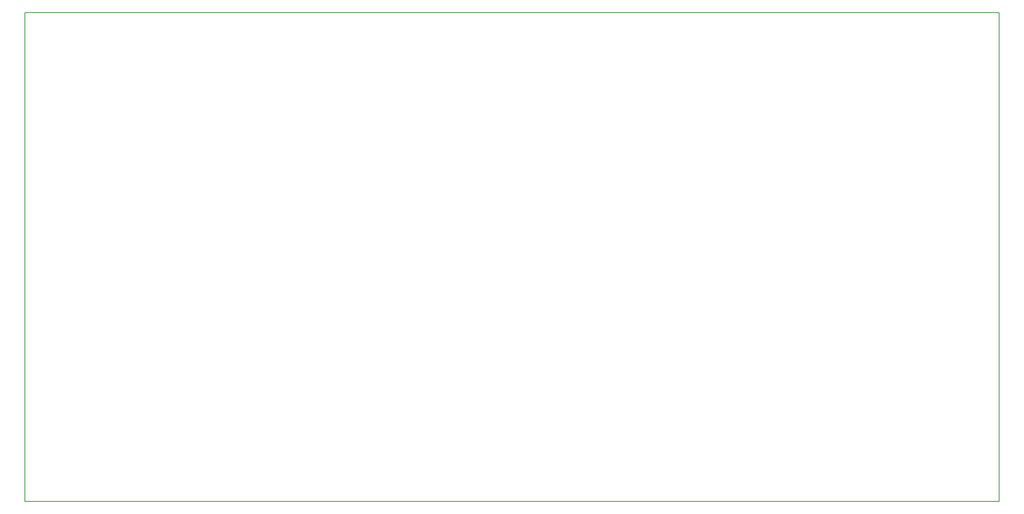
<source format=gbr>
G04 #@! TF.FileFunction,Profile,NP*
%FSLAX46Y46*%
G04 Gerber Fmt 4.6, Leading zero omitted, Abs format (unit mm)*
G04 Created by KiCad (PCBNEW 4.1.0-alpha+201607130321+6976~46~ubuntu14.04.1-product) date Wed Jul 13 20:18:51 2016*
%MOMM*%
%LPD*%
G01*
G04 APERTURE LIST*
%ADD10C,0.100000*%
%ADD11C,0.150000*%
G04 APERTURE END LIST*
D10*
D11*
X276000000Y-40000000D02*
X276000000Y-145000000D01*
X67000000Y-40000000D02*
X276000000Y-40000000D01*
X67000000Y-145000000D02*
X67000000Y-40000000D01*
X276000000Y-145000000D02*
X67000000Y-145000000D01*
M02*

</source>
